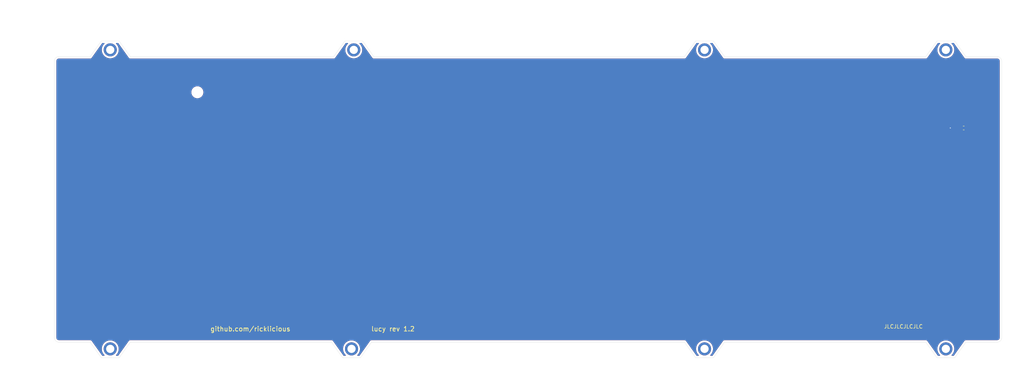
<source format=kicad_pcb>
(kicad_pcb (version 20171130) (host pcbnew "(5.1.4-0)")
  (layers (0 F.Cu signal) (31 B.Cu signal) (34 B.Paste user) (35 F.Paste user) (36 B.SilkS user) (37 F.SilkS user) (38 B.Mask user) (39 F.Mask user) (44 Edge.Cuts user))
  (net 0 "")
  (net 1 GND)
  (module Keeb_footprints:MX100_outline (layer F.Cu) (at 155.97253 107.1567)
    (fp_text reference U37)
    (fp_text value HOLE)
  )
  (module Resistor_SMD:R_0603_1608Metric_Pad1.05x0.95mm_HandSolder (layer F.Cu) (at 388.765689 59.518904)
    (fp_text reference R1)
    (fp_text value R_Small)
    (fp_line (start -0.171267 0.51) (end 0.171267 0.51) (layer F.SilkS) (width 0.12))
    (fp_line (start -0.171267 -0.51) (end 0.171267 -0.51) (layer F.SilkS) (width 0.12))
    (pad 2 smd roundrect (at 0.875 0) (size 1.05 0.95) (layers F.Cu F.Paste F.Mask))
    (pad 1 smd roundrect (at -0.875 0) (size 1.05 0.95) (layers F.Cu F.Paste F.Mask) (net 1 GND))
  )
  (module random-keyboard-parts:Generic-Mounthole (layer F.Cu) (at 319.709314 118.454824)
    (fp_text reference H6)
    (fp_text value MountingHole)
    (pad 1 thru_hole circle (at 0 0) (size 3.5 3.5) (drill 2.2) (layers *.Cu *.Mask))
  )
  (module random-keyboard-parts:Generic-Mounthole (layer F.Cu) (at 319.709381 38.682951)
    (fp_text reference H5)
    (fp_text value MountingHole)
    (pad 1 thru_hole circle (at 0 0) (size 3.5 3.5) (drill 2.2) (layers *.Cu *.Mask))
  )
  (module random-keyboard-parts:Generic-Mounthole (layer F.Cu) (at 225.649927 118.454824)
    (fp_text reference H4)
    (fp_text value MountingHole)
    (pad 1 thru_hole circle (at 0 0) (size 3.5 3.5) (drill 2.2) (layers *.Cu *.Mask))
  )
  (module random-keyboard-parts:Generic-Mounthole (layer F.Cu) (at 226.24524 38.683016)
    (fp_text reference H3)
    (fp_text value MountingHole)
    (pad 1 thru_hole circle (at 0 0) (size 3.5 3.5) (drill 2.2) (layers *.Cu *.Mask))
  )
  (module random-keyboard-parts:Generic-Mounthole (layer F.Cu) (at 161.356123 118.454824)
    (fp_text reference H2)
    (fp_text value MountingHole)
    (pad 1 thru_hole circle (at 0 0) (size 3.5 3.5) (drill 2.2) (layers *.Cu *.Mask))
  )
  (module random-keyboard-parts:Generic-Mounthole (layer F.Cu) (at 161.356322 38.683016)
    (fp_text reference H1)
    (fp_text value MountingHole)
    (pad 1 thru_hole circle (at 0 0) (size 3.5 3.5) (drill 2.2) (layers *.Cu *.Mask))
  )
  (module random-keyboard-parts:Generic-Mounthole (layer F.Cu) (at 384.00301 38.683016)
    (fp_text reference H7)
    (fp_text value MountingHole)
    (pad 1 thru_hole circle (at 0 0) (size 3.5 3.5) (drill 2.2) (layers *.Cu *.Mask))
  )
  (module random-keyboard-parts:Generic-Mounthole (layer F.Cu) (at 384.00301 118.454824)
    (fp_text reference H8)
    (fp_text value MountingHole)
    (pad 1 thru_hole circle (at 0 0) (size 3.5 3.5) (drill 2.2) (layers *.Cu *.Mask))
  )
  (module random-keyboard-parts:Generic-Mounthole (layer F.Cu) (at 184.57349 49.993944)
    (fp_text reference H12)
    (fp_text value MountingHole)
    (pad "" np_thru_hole circle (at 0 0) (size 2.2 2.2) (drill 2.2) (layers *.Cu *.Mask))
  )
  (module Keeb_footprints:MX100_outline (layer F.Cu) (at 389.36137 69.04388)
    (fp_text reference U53)
    (fp_text value HOLE)
  )
  (module Keeb_footprints:MX100_outline (layer F.Cu) (at 389.33601 107.1567)
    (fp_text reference U61)
    (fp_text value HOLE)
  )
  (module Keeb_footprints:MX100_outline (layer F.Cu) (at 389.33601 50.00646)
    (fp_text reference U49)
    (fp_text value HOLE)
  )
  (module Keeb_footprints:MX100_outline (layer F.Cu) (at 389.361002 88.10662)
    (fp_text reference U57)
    (fp_text value HOLE)
  )
  (module Keeb_footprints:MX100_outline (layer F.Cu) (at 365.52341 107.1567)
    (fp_text reference U48)
    (fp_text value HOLE)
  )
  (module Keeb_footprints:MX100_outline (layer F.Cu) (at 346.47333 107.16)
    (fp_text reference U47)
    (fp_text value HOLE)
  )
  (module Keeb_footprints:MX100_outline (layer F.Cu) (at 327.42325 107.1567)
    (fp_text reference U46)
    (fp_text value HOLE)
  )
  (module Keeb_footprints:MX100_outline (layer F.Cu) (at 308.37317 107.1567)
    (fp_text reference U45)
    (fp_text value HOLE)
  )
  (module Keeb_footprints:MX100_outline (layer F.Cu) (at 289.32309 107.1567)
    (fp_text reference U44)
    (fp_text value HOLE)
  )
  (module Keeb_footprints:MX100_outline (layer F.Cu) (at 270.27301 107.1567)
    (fp_text reference U43)
    (fp_text value HOLE)
  )
  (module Keeb_footprints:MX100_outline (layer F.Cu) (at 251.22293 107.1567)
    (fp_text reference U42)
    (fp_text value HOLE)
  )
  (module Keeb_footprints:MX100_outline (layer F.Cu) (at 251.22293 88.10662)
    (fp_text reference U30)
    (fp_text value HOLE)
  )
  (module Keeb_footprints:MX100_outline (layer F.Cu) (at 232.17285 88.10662)
    (fp_text reference U29)
    (fp_text value HOLE)
  )
  (module Keeb_footprints:MX100_outline (layer F.Cu) (at 213.12277 88.10662)
    (fp_text reference U28)
    (fp_text value HOLE)
  )
  (module Keeb_footprints:MX100_outline (layer F.Cu) (at 194.07269 88.10662)
    (fp_text reference U27)
    (fp_text value HOLE)
  )
  (module Keeb_footprints:MX100_outline (layer F.Cu) (at 175.02261 88.10662)
    (fp_text reference U26)
    (fp_text value HOLE)
  )
  (module Keeb_footprints:MX100_outline (layer F.Cu) (at 155.97253 88.10662)
    (fp_text reference U25)
    (fp_text value HOLE)
  )
  (module Keeb_footprints:MX100_outline (layer F.Cu) (at 365.52341 69.05654)
    (fp_text reference U24)
    (fp_text value HOLE)
  )
  (module Keeb_footprints:MX100_outline (layer F.Cu) (at 232.17285 107.1567)
    (fp_text reference U41)
    (fp_text value HOLE)
  )
  (module Keeb_footprints:MX100_outline (layer F.Cu) (at 213.12277 107.1567)
    (fp_text reference U40)
    (fp_text value HOLE)
  )
  (module Keeb_footprints:MX100_outline (layer F.Cu) (at 194.07269 107.1567)
    (fp_text reference U39)
    (fp_text value HOLE)
  )
  (module Keeb_footprints:MX100_outline (layer F.Cu) (at 175.02261 107.1567)
    (fp_text reference U38)
    (fp_text value HOLE)
  )
  (module Keeb_footprints:MX100_outline (layer F.Cu) (at 365.52341 88.10662)
    (fp_text reference U36)
    (fp_text value HOLE)
  )
  (module Keeb_footprints:MX100_outline (layer F.Cu) (at 346.47333 88.10662)
    (fp_text reference U35)
    (fp_text value HOLE)
  )
  (module Keeb_footprints:MX100_outline (layer F.Cu) (at 327.42325 88.10662)
    (fp_text reference U34)
    (fp_text value HOLE)
  )
  (module Keeb_footprints:MX100_outline (layer F.Cu) (at 308.37317 88.10662)
    (fp_text reference U33)
    (fp_text value HOLE)
  )
  (module Keeb_footprints:MX100_outline (layer F.Cu) (at 289.32309 88.10662)
    (fp_text reference U32)
    (fp_text value HOLE)
  )
  (module Keeb_footprints:MX100_outline (layer F.Cu) (at 270.27301 88.10662)
    (fp_text reference U31)
    (fp_text value HOLE)
  )
  (module Keeb_footprints:MX100_outline (layer F.Cu) (at 346.47333 69.05654)
    (fp_text reference U23)
    (fp_text value HOLE)
  )
  (module Keeb_footprints:MX100_outline (layer F.Cu) (at 327.42325 69.05654)
    (fp_text reference U22)
    (fp_text value HOLE)
  )
  (module Keeb_footprints:MX100_outline (layer F.Cu) (at 308.37317 69.05654)
    (fp_text reference U21)
    (fp_text value HOLE)
  )
  (module Keeb_footprints:MX100_outline (layer F.Cu) (at 289.32309 69.05654)
    (fp_text reference U20)
    (fp_text value HOLE)
  )
  (module Keeb_footprints:MX100_outline (layer F.Cu) (at 270.27301 69.05654)
    (fp_text reference U19)
    (fp_text value HOLE)
  )
  (module Keeb_footprints:MX100_outline (layer F.Cu) (at 251.22293 69.05654)
    (fp_text reference U18)
    (fp_text value HOLE)
  )
  (module Keeb_footprints:MX100_outline (layer F.Cu) (at 232.17285 69.05654)
    (fp_text reference U17)
    (fp_text value HOLE)
  )
  (module Keeb_footprints:MX100_outline (layer F.Cu) (at 213.12277 69.05654)
    (fp_text reference U16)
    (fp_text value HOLE)
  )
  (module Keeb_footprints:MX100_outline (layer F.Cu) (at 194.07269 69.05654)
    (fp_text reference U15)
    (fp_text value HOLE)
  )
  (module Keeb_footprints:MX100_outline (layer F.Cu) (at 175.02261 69.05654)
    (fp_text reference U14)
    (fp_text value HOLE)
  )
  (module Keeb_footprints:MX100_outline (layer F.Cu) (at 155.97253 69.05654)
    (fp_text reference U13)
    (fp_text value HOLE)
  )
  (module Keeb_footprints:MX100_outline (layer F.Cu) (at 365.52341 50.00646)
    (fp_text reference U12)
    (fp_text value HOLE)
  )
  (module Keeb_footprints:MX100_outline (layer F.Cu) (at 346.47333 50.00646)
    (fp_text reference U11)
    (fp_text value HOLE)
  )
  (module Keeb_footprints:MX100_outline (layer F.Cu) (at 327.42325 50.00646)
    (fp_text reference U10)
    (fp_text value HOLE)
  )
  (module Keeb_footprints:MX100_outline (layer F.Cu) (at 308.37317 50.00646)
    (fp_text reference U9)
    (fp_text value HOLE)
  )
  (module Keeb_footprints:MX100_outline (layer F.Cu) (at 289.32309 50.00646)
    (fp_text reference U8)
    (fp_text value HOLE)
  )
  (module Keeb_footprints:MX100_outline (layer F.Cu) (at 270.27301 50.00646)
    (fp_text reference U7)
    (fp_text value HOLE)
  )
  (module Keeb_footprints:MX100_outline (layer F.Cu) (at 251.22293 50.00646)
    (fp_text reference U6)
    (fp_text value HOLE)
  )
  (module Keeb_footprints:MX100_outline (layer F.Cu) (at 232.17285 50.00646)
    (fp_text reference U5)
    (fp_text value HOLE)
  )
  (module Keeb_footprints:MX100_outline (layer F.Cu) (at 213.12277 50.00646)
    (fp_text reference U4)
    (fp_text value HOLE)
  )
  (module Keeb_footprints:MX100_outline (layer F.Cu) (at 194.07269 50.00646)
    (fp_text reference U3)
    (fp_text value HOLE)
  )
  (module Keeb_footprints:MX100_outline (layer F.Cu) (at 175.02261 50.00646)
    (fp_text reference U2)
    (fp_text value HOLE)
  )
  (module Keeb_footprints:MX100_outline (layer F.Cu) (at 155.97253 50.00646)
    (fp_text reference U1)
    (fp_text value HOLE)
  )
  (gr_line (start 317.328058 36.301704) (end 322.090562 36.301704) (layer Edge.Cuts) (width 0.05))
  (gr_line (start 325.067122 40.468888) (end 322.090741 36.301704) (layer Edge.Cuts) (width 0.05))
  (gr_line (start 314.351506 40.468888) (end 317.328058 36.301704) (layer Edge.Cuts) (width 0.05))
  (gr_arc (start 397.695186 41.659576) (end 398.88581 41.659576) (angle -90) (layer Edge.Cuts) (width 0.05))
  (gr_arc (start 397.695186 115.478264) (end 397.695186 116.668888) (angle -90) (layer Edge.Cuts) (width 0.05))
  (gr_arc (start 147.664146 115.478264) (end 146.473522 115.478264) (angle -90) (layer Edge.Cuts) (width 0.05))
  (gr_arc (start 147.664146 41.659576) (end 147.664146 40.468952) (angle -90) (layer Edge.Cuts) (width 0.05))
  (gr_line (start 166.71413 116.668952) (end 163.737375 120.836072) (layer Edge.Cuts) (width 0.05))
  (gr_line (start 155.998514 116.668888) (end 158.974871 120.836072) (layer Edge.Cuts) (width 0.05))
  (gr_line (start 163.737375 120.836072) (end 158.974871 120.836072) (layer Edge.Cuts) (width 0.05))
  (gr_line (start 231.007826 116.668952) (end 228.031266 120.836072) (layer Edge.Cuts) (width 0.05))
  (gr_line (start 220.29221 116.668888) (end 223.268675 120.836072) (layer Edge.Cuts) (width 0.05))
  (gr_line (start 228.031179 120.836072) (end 223.268675 120.836072) (layer Edge.Cuts) (width 0.05))
  (gr_line (start 325.067122 116.668888) (end 322.090633 120.836072) (layer Edge.Cuts) (width 0.05))
  (gr_line (start 314.351506 116.668888) (end 317.328066 120.836072) (layer Edge.Cuts) (width 0.05))
  (gr_line (start 322.09057 120.836072) (end 317.328066 120.836072) (layer Edge.Cuts) (width 0.05))
  (gr_line (start 389.360818 116.668952) (end 386.384258 120.836072) (layer Edge.Cuts) (width 0.05))
  (gr_line (start 378.645202 116.668888) (end 381.621754 120.836072) (layer Edge.Cuts) (width 0.05))
  (gr_line (start 386.384258 120.836072) (end 381.621754 120.836072) (layer Edge.Cuts) (width 0.05))
  (gr_line (start 378.645202 40.468952) (end 381.621754 36.301768) (layer Edge.Cuts) (width 0.05))
  (gr_line (start 389.360818 40.468952) (end 386.384437 36.301768) (layer Edge.Cuts) (width 0.05))
  (gr_line (start 381.621754 36.301768) (end 386.384258 36.301768) (layer Edge.Cuts) (width 0.05))
  (gr_line (start 220.887522 40.468952) (end 223.863988 36.301768) (layer Edge.Cuts) (width 0.05))
  (gr_line (start 231.603138 40.468952) (end 228.626492 36.301768) (layer Edge.Cuts) (width 0.05))
  (gr_line (start 223.863988 36.301768) (end 228.626492 36.301768) (layer Edge.Cuts) (width 0.05))
  (gr_line (start 166.71413 40.468888) (end 163.73757 36.301768) (layer Edge.Cuts) (width 0.05))
  (gr_line (start 155.998514 40.468952) (end 147.664146 40.468952) (layer Edge.Cuts) (width 0.05))
  (gr_line (start 158.974871 36.301768) (end 163.737375 36.301768) (layer Edge.Cuts) (width 0.05))
  (gr_line (start 155.998514 40.468952) (end 158.975074 36.301768) (layer Edge.Cuts) (width 0.05))
  (gr_line (start 389.360818 116.668952) (end 397.695186 116.668888) (layer Edge.Cuts) (width 0.05))
  (gr_line (start 325.067122 116.668888) (end 378.645202 116.668952) (layer Edge.Cuts) (width 0.05))
  (gr_line (start 231.007826 116.668952) (end 314.351506 116.668888) (layer Edge.Cuts) (width 0.05))
  (gr_line (start 166.71413 116.669016) (end 220.29221 116.668888) (layer Edge.Cuts) (width 0.05))
  (gr_line (start 147.664146 116.668888) (end 155.998514 116.668888) (layer Edge.Cuts) (width 0.05))
  (gr_line (start 146.473522 41.659576) (end 146.473522 115.478264) (layer Edge.Cuts) (width 0.05))
  (gr_line (start 220.887522 40.468888) (end 166.71413 40.468888) (layer Edge.Cuts) (width 0.05))
  (gr_line (start 314.351506 40.468888) (end 231.603138 40.468888) (layer Edge.Cuts) (width 0.05))
  (gr_line (start 378.645202 40.468952) (end 325.067122 40.468888) (layer Edge.Cuts) (width 0.05))
  (gr_line (start 397.695186 40.468952) (end 389.360818 40.468888) (layer Edge.Cuts) (width 0.05))
  (gr_line (start 398.88581 115.478264) (end 398.88581 41.659576) (layer Edge.Cuts) (width 0.05))
  (gr_text JLCJLCJLCJLC (at 372.692082 112.501704) (layer F.SilkS) (effects (font (size 1 1))))
  (gr_text github.com/ricklicious (at 198.702248 113.136076) (layer F.SilkS) (effects (font (size 1.25 1.25) (thickness 0.2))))
  (gr_text "lucy rev 1.2" (at 236.702148 113.136076) (layer F.SilkS) (effects (font (size 1.25 1.25) (thickness 0.2))))
  (via (at 385.194165 59.51884) (size 0.5) (drill 0.25) (layers F.Cu B.Cu) (net 1))
  (segment (start 387.71137 59.51884) (end 385.194165 59.51884) (width 0.25) (layer F.Cu) (net 1))
  (zone (net 1) (net_name GND) (layer B.Cu) (connect_pads (clearance 0.508)) (min_thickness 0.254) (fill yes (arc_segments 32) (thermal_gap 0.508) (thermal_bridge_width 0.508))
    (polygon (pts (xy 404.83956 34.51561) (xy 404.83956 123.81286) (xy 142.90096 123.81286) (xy 142.90096 34.51561)))
  )
  (zone (net 1) (net_name GND) (layer F.Cu) (connect_pads (clearance 0.508)) (min_thickness 0.254) (fill yes (arc_segments 32) (thermal_gap 0.508) (thermal_bridge_width 0.508))
    (polygon (pts (xy 404.83956 34.51561) (xy 404.83956 123.81286) (xy 142.90096 123.81286) (xy 142.90096 34.51561)))
  )
)
</source>
